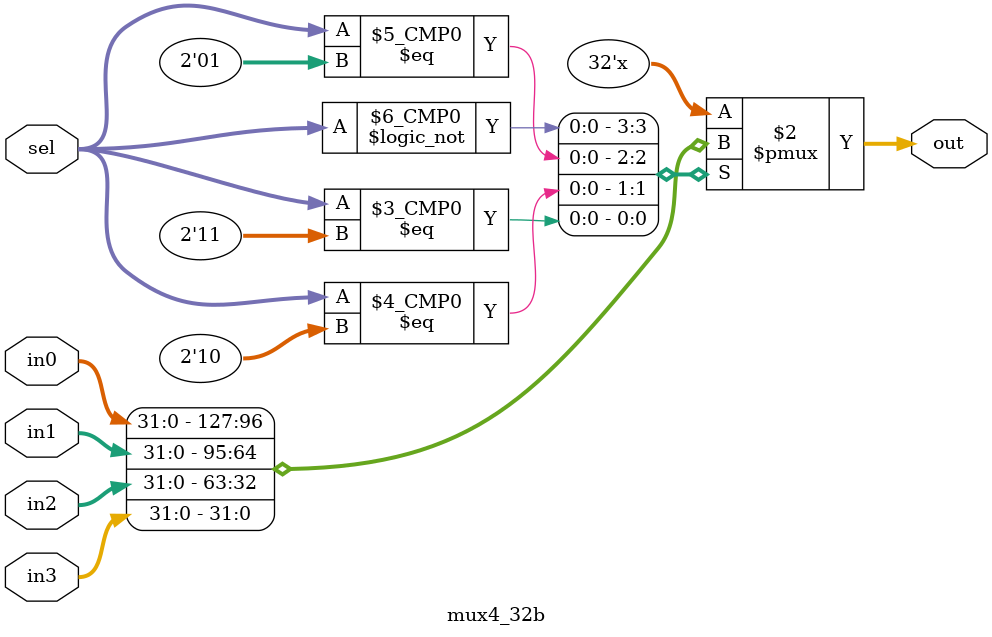
<source format=v>
`timescale 1ns/1ps

module mux2_32b (input [31:0] in0, input [31:0] in1, input sel, output [31:0] out);

    assign out = sel ? in1 : in0;

endmodule

module mux2_5b (input [4:0] in0, input [4:0] in1, input sel, output [4:0] out);

    assign out = sel ? in1 : in0;

endmodule

module mux4_32b (input [31:0] in0, input [31:0] in1, input [31:0] in2, input [31:0] in3, 
    input [1:0] sel, output reg [31:0] out);

    always @(*) begin
        case (sel)
            2'd0:
                out = in0;
            2'd1:
                out = in1;
            2'd2:
                out = in2;
            2'd3:
                out = in3;
        endcase
    end

endmodule
</source>
